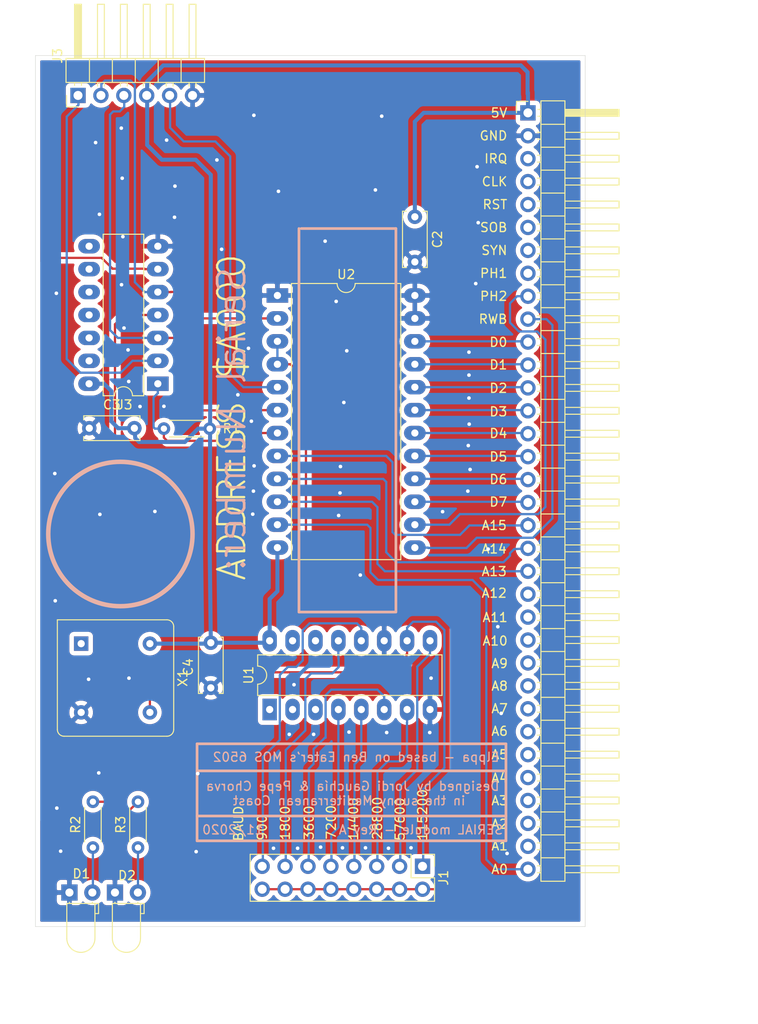
<source format=kicad_pcb>
(kicad_pcb (version 20171130) (host pcbnew "(5.1.5-0)")
  (layers (0 F.Cu signal) (31 B.Cu signal) (34 B.Paste user) (35 F.Paste user) (36 B.SilkS user) (37 F.SilkS user) (38 B.Mask user) (39 F.Mask user) (44 Edge.Cuts user))
  (net 0 "")
  (net 1 GND)
  (net 2 +5V)
  (net 3 /PHI2)
  (net 4 /RWB)
  (net 5 /D0)
  (net 6 /D1)
  (net 7 /D2)
  (net 8 /D3)
  (net 9 /D4)
  (net 10 /D5)
  (net 11 /D6)
  (net 12 /D7)
  (net 13 /A15)
  (net 14 /A14)
  (net 15 /A13)
  (net 16 /A0)
  (net 17 /57600)
  (net 18 /28800)
  (net 19 /RX)
  (net 20 /TX)
  (net 21 /CTS)
  (net 22 "Net-(R1-Pad1)")
  (net 23 /14400)
  (net 24 /7200)
  (net 25 /3600)
  (net 26 /1800)
  (net 27 /900)
  (net 28 /DTR)
  (net 29 "Net-(R2-Pad2)")
  (net 30 "Net-(R3-Pad2)")
  (net 31 /TXLED)
  (net 32 /RXLED)
  (net 33 /115200)
  (net 34 /CLK_SERIAL)
  (module Oscillator:Oscillator_DIP-8 (layer F.Cu) (at 105.4 127.4 270)
    (fp_text reference X1 (at 3.81 -11.26 270) (layer F.SilkS))
    (fp_text value CXO_DIP8)
    (pad 1 thru_hole rect (at 0 0 270) (size 1.6 1.6) (drill 0.8) (layers *.Cu *.Mask))
    (pad 8 thru_hole circle (at 0 -7.62 270) (size 1.6 1.6) (drill 0.8) (layers *.Cu *.Mask) (net 2 +5V))
    (pad 5 thru_hole circle (at 7.62 -7.62 270) (size 1.6 1.6) (drill 0.8) (layers *.Cu *.Mask) (net 33 /115200))
    (pad 4 thru_hole circle (at 7.62 0 270) (size 1.6 1.6) (drill 0.8) (layers *.Cu *.Mask) (net 1 GND))
  )
  (module Package_DIP:DIP-16_W7.62mm_LongPads (layer F.Cu) (at 126.3 134.7 90)
    (fp_text reference U1 (at 3.81 -2.33 90) (layer F.SilkS))
    (fp_text value 4020)
    (pad 1 thru_hole rect (at 0 0 90) (size 2.4 1.6) (drill 0.8) (layers *.Cu *.Mask))
    (pad 9 thru_hole oval (at 7.62 17.78 90) (size 2.4 1.6) (drill 0.8) (layers *.Cu *.Mask) (net 17 /57600))
    (pad 2 thru_hole oval (at 0 2.54 90) (size 2.4 1.6) (drill 0.8) (layers *.Cu *.Mask))
    (pad 10 thru_hole oval (at 7.62 15.24 90) (size 2.4 1.6) (drill 0.8) (layers *.Cu *.Mask) (net 33 /115200))
    (pad 3 thru_hole oval (at 0 5.08 90) (size 2.4 1.6) (drill 0.8) (layers *.Cu *.Mask))
    (pad 11 thru_hole oval (at 7.62 12.7 90) (size 2.4 1.6) (drill 0.8) (layers *.Cu *.Mask) (net 1 GND))
    (pad 4 thru_hole oval (at 0 7.62 90) (size 2.4 1.6) (drill 0.8) (layers *.Cu *.Mask) (net 24 /7200))
    (pad 12 thru_hole oval (at 7.62 10.16 90) (size 2.4 1.6) (drill 0.8) (layers *.Cu *.Mask) (net 27 /900))
    (pad 5 thru_hole oval (at 0 10.16 90) (size 2.4 1.6) (drill 0.8) (layers *.Cu *.Mask) (net 23 /14400))
    (pad 13 thru_hole oval (at 7.62 7.62 90) (size 2.4 1.6) (drill 0.8) (layers *.Cu *.Mask) (net 26 /1800))
    (pad 6 thru_hole oval (at 0 12.7 90) (size 2.4 1.6) (drill 0.8) (layers *.Cu *.Mask) (net 25 /3600))
    (pad 14 thru_hole oval (at 7.62 5.08 90) (size 2.4 1.6) (drill 0.8) (layers *.Cu *.Mask))
    (pad 7 thru_hole oval (at 0 15.24 90) (size 2.4 1.6) (drill 0.8) (layers *.Cu *.Mask) (net 18 /28800))
    (pad 15 thru_hole oval (at 7.62 2.54 90) (size 2.4 1.6) (drill 0.8) (layers *.Cu *.Mask))
    (pad 8 thru_hole oval (at 0 17.78 90) (size 2.4 1.6) (drill 0.8) (layers *.Cu *.Mask) (net 1 GND))
    (pad 16 thru_hole oval (at 7.62 0 90) (size 2.4 1.6) (drill 0.8) (layers *.Cu *.Mask) (net 2 +5V))
  )
  (module Package_DIP:DIP-14_W7.62mm_LongPads (layer F.Cu) (at 113.9 98.6 180)
    (fp_text reference U3 (at 3.81 -2.33 180) (layer F.SilkS))
    (fp_text value 74LS04)
    (pad 1 thru_hole rect (at 0 0 180) (size 2.4 1.6) (drill 0.8) (layers *.Cu *.Mask) (net 22 "Net-(R1-Pad1)"))
    (pad 8 thru_hole oval (at 7.62 15.24 180) (size 2.4 1.6) (drill 0.8) (layers *.Cu *.Mask))
    (pad 2 thru_hole oval (at 0 2.54 180) (size 2.4 1.6) (drill 0.8) (layers *.Cu *.Mask) (net 28 /DTR))
    (pad 9 thru_hole oval (at 7.62 12.7 180) (size 2.4 1.6) (drill 0.8) (layers *.Cu *.Mask))
    (pad 3 thru_hole oval (at 0 5.08 180) (size 2.4 1.6) (drill 0.8) (layers *.Cu *.Mask) (net 20 /TX))
    (pad 10 thru_hole oval (at 7.62 10.16 180) (size 2.4 1.6) (drill 0.8) (layers *.Cu *.Mask))
    (pad 4 thru_hole oval (at 0 7.62 180) (size 2.4 1.6) (drill 0.8) (layers *.Cu *.Mask) (net 29 "Net-(R2-Pad2)"))
    (pad 11 thru_hole oval (at 7.62 7.62 180) (size 2.4 1.6) (drill 0.8) (layers *.Cu *.Mask))
    (pad 5 thru_hole oval (at 0 10.16 180) (size 2.4 1.6) (drill 0.8) (layers *.Cu *.Mask) (net 19 /RX))
    (pad 12 thru_hole oval (at 7.62 5.08 180) (size 2.4 1.6) (drill 0.8) (layers *.Cu *.Mask))
    (pad 6 thru_hole oval (at 0 12.7 180) (size 2.4 1.6) (drill 0.8) (layers *.Cu *.Mask) (net 30 "Net-(R3-Pad2)"))
    (pad 13 thru_hole oval (at 7.62 2.54 180) (size 2.4 1.6) (drill 0.8) (layers *.Cu *.Mask))
    (pad 7 thru_hole oval (at 0 15.24 180) (size 2.4 1.6) (drill 0.8) (layers *.Cu *.Mask) (net 1 GND))
    (pad 14 thru_hole oval (at 7.62 0 180) (size 2.4 1.6) (drill 0.8) (layers *.Cu *.Mask) (net 2 +5V))
  )
  (module Connector_PinHeader_2.54mm:PinHeader_1x34_P2.54mm_Horizontal (layer F.Cu) (at 154.94 68.58)
    (fp_text reference J2 hide)
    (fp_text value Conn_01x34_Male)
    (pad 1 thru_hole rect (at 0 0) (size 1.7 1.7) (drill 1) (layers *.Cu *.Mask) (net 2 +5V))
    (pad 2 thru_hole oval (at 0 2.54) (size 1.7 1.7) (drill 1) (layers *.Cu *.Mask) (net 1 GND))
    (pad 3 thru_hole oval (at 0 5.08) (size 1.7 1.7) (drill 1) (layers *.Cu *.Mask))
    (pad 4 thru_hole oval (at 0 7.62) (size 1.7 1.7) (drill 1) (layers *.Cu *.Mask))
    (pad 5 thru_hole oval (at 0 10.16) (size 1.7 1.7) (drill 1) (layers *.Cu *.Mask))
    (pad 6 thru_hole oval (at 0 12.7) (size 1.7 1.7) (drill 1) (layers *.Cu *.Mask))
    (pad 7 thru_hole oval (at 0 15.24) (size 1.7 1.7) (drill 1) (layers *.Cu *.Mask))
    (pad 8 thru_hole oval (at 0 17.78) (size 1.7 1.7) (drill 1) (layers *.Cu *.Mask))
    (pad 9 thru_hole oval (at 0 20.32) (size 1.7 1.7) (drill 1) (layers *.Cu *.Mask) (net 3 /PHI2))
    (pad 10 thru_hole oval (at 0 22.86) (size 1.7 1.7) (drill 1) (layers *.Cu *.Mask) (net 4 /RWB))
    (pad 11 thru_hole oval (at 0 25.4) (size 1.7 1.7) (drill 1) (layers *.Cu *.Mask) (net 5 /D0))
    (pad 12 thru_hole oval (at 0 27.94) (size 1.7 1.7) (drill 1) (layers *.Cu *.Mask) (net 6 /D1))
    (pad 13 thru_hole oval (at 0 30.48) (size 1.7 1.7) (drill 1) (layers *.Cu *.Mask) (net 7 /D2))
    (pad 14 thru_hole oval (at 0 33.02) (size 1.7 1.7) (drill 1) (layers *.Cu *.Mask) (net 8 /D3))
    (pad 15 thru_hole oval (at 0 35.56) (size 1.7 1.7) (drill 1) (layers *.Cu *.Mask) (net 9 /D4))
    (pad 16 thru_hole oval (at 0 38.1) (size 1.7 1.7) (drill 1) (layers *.Cu *.Mask) (net 10 /D5))
    (pad 17 thru_hole oval (at 0 40.64) (size 1.7 1.7) (drill 1) (layers *.Cu *.Mask) (net 11 /D6))
    (pad 18 thru_hole oval (at 0 43.18) (size 1.7 1.7) (drill 1) (layers *.Cu *.Mask) (net 12 /D7))
    (pad 19 thru_hole oval (at 0 45.72) (size 1.7 1.7) (drill 1) (layers *.Cu *.Mask) (net 13 /A15))
    (pad 20 thru_hole oval (at 0 48.26) (size 1.7 1.7) (drill 1) (layers *.Cu *.Mask) (net 14 /A14))
    (pad 21 thru_hole oval (at 0 50.8) (size 1.7 1.7) (drill 1) (layers *.Cu *.Mask) (net 15 /A13))
    (pad 22 thru_hole oval (at 0 53.34) (size 1.7 1.7) (drill 1) (layers *.Cu *.Mask))
    (pad 23 thru_hole oval (at 0 55.88) (size 1.7 1.7) (drill 1) (layers *.Cu *.Mask))
    (pad 24 thru_hole oval (at 0 58.42) (size 1.7 1.7) (drill 1) (layers *.Cu *.Mask))
    (pad 25 thru_hole oval (at 0 60.96) (size 1.7 1.7) (drill 1) (layers *.Cu *.Mask))
    (pad 26 thru_hole oval (at 0 63.5) (size 1.7 1.7) (drill 1) (layers *.Cu *.Mask))
    (pad 27 thru_hole oval (at 0 66.04) (size 1.7 1.7) (drill 1) (layers *.Cu *.Mask))
    (pad 28 thru_hole oval (at 0 68.58) (size 1.7 1.7) (drill 1) (layers *.Cu *.Mask))
    (pad 29 thru_hole oval (at 0 71.12) (size 1.7 1.7) (drill 1) (layers *.Cu *.Mask))
    (pad 30 thru_hole oval (at 0 73.66) (size 1.7 1.7) (drill 1) (layers *.Cu *.Mask))
    (pad 31 thru_hole oval (at 0 76.2) (size 1.7 1.7) (drill 1) (layers *.Cu *.Mask))
    (pad 32 thru_hole oval (at 0 78.74) (size 1.7 1.7) (drill 1) (layers *.Cu *.Mask))
    (pad 33 thru_hole oval (at 0 81.28) (size 1.7 1.7) (drill 1) (layers *.Cu *.Mask))
    (pad 34 thru_hole oval (at 0 83.82) (size 1.7 1.7) (drill 1) (layers *.Cu *.Mask) (net 16 /A0))
  )
  (module Resistor_THT:R_Axial_DIN0204_L3.6mm_D1.6mm_P5.08mm_Horizontal (layer F.Cu) (at 106.7 150 90)
    (fp_text reference R2 (at 2.54 -1.92 90) (layer F.SilkS))
    (fp_text value 330R)
    (pad 1 thru_hole circle (at 0 0 90) (size 1.4 1.4) (drill 0.7) (layers *.Cu *.Mask) (net 31 /TXLED))
    (pad 2 thru_hole oval (at 5.08 0 90) (size 1.4 1.4) (drill 0.7) (layers *.Cu *.Mask) (net 29 "Net-(R2-Pad2)"))
  )
  (module Resistor_THT:R_Axial_DIN0204_L3.6mm_D1.6mm_P5.08mm_Horizontal (layer F.Cu) (at 111.7 150 90)
    (fp_text reference R3 (at 2.54 -1.92 90) (layer F.SilkS))
    (fp_text value 330R)
    (pad 2 thru_hole oval (at 5.08 0 90) (size 1.4 1.4) (drill 0.7) (layers *.Cu *.Mask) (net 30 "Net-(R3-Pad2)"))
    (pad 1 thru_hole circle (at 0 0 90) (size 1.4 1.4) (drill 0.7) (layers *.Cu *.Mask) (net 32 /RXLED))
  )
  (module LED_THT:LED_D3.0mm_Horizontal_O1.27mm_Z2.0mm (layer F.Cu) (at 104.098202 154.980542)
    (fp_text reference D1 (at 1.326798 -2.080542 180) (layer F.SilkS))
    (fp_text value "LED TX")
    (pad 1 thru_hole rect (at 0 0) (size 1.8 1.8) (drill 0.9) (layers *.Cu *.Mask) (net 1 GND))
    (pad 2 thru_hole circle (at 2.54 0) (size 1.8 1.8) (drill 0.9) (layers *.Cu *.Mask) (net 31 /TXLED))
  )
  (module LED_THT:LED_D3.0mm_Horizontal_O1.27mm_Z2.0mm (layer F.Cu) (at 109.148202 154.980542)
    (fp_text reference D2 (at 1.326798 -1.880542 180) (layer F.SilkS))
    (fp_text value "LED RX")
    (pad 2 thru_hole circle (at 2.54 0) (size 1.8 1.8) (drill 0.9) (layers *.Cu *.Mask) (net 32 /RXLED))
    (pad 1 thru_hole rect (at 0 0) (size 1.8 1.8) (drill 0.9) (layers *.Cu *.Mask) (net 1 GND))
  )
  (module Capacitor_THT:C_Disc_D6.0mm_W2.5mm_P5.00mm (layer F.Cu) (at 142.4 80.1 270)
    (fp_text reference C2 (at 2.5 -2.5 270) (layer F.SilkS))
    (fp_text value 100µF)
    (pad 1 thru_hole circle (at 0 0 270) (size 1.6 1.6) (drill 0.8) (layers *.Cu *.Mask) (net 2 +5V))
    (pad 2 thru_hole circle (at 5 0 270) (size 1.6 1.6) (drill 0.8) (layers *.Cu *.Mask) (net 1 GND))
  )
  (module Capacitor_THT:C_Disc_D6.0mm_W2.5mm_P5.00mm (layer F.Cu) (at 111.3 103.525 180)
    (fp_text reference C3 (at 2.5 2.6) (layer F.SilkS))
    (fp_text value 100nF)
    (pad 2 thru_hole circle (at 5 0 180) (size 1.6 1.6) (drill 0.8) (layers *.Cu *.Mask) (net 1 GND))
    (pad 1 thru_hole circle (at 0 0 180) (size 1.6 1.6) (drill 0.8) (layers *.Cu *.Mask) (net 2 +5V))
  )
  (module Capacitor_THT:C_Disc_D6.0mm_W2.5mm_P5.00mm (layer F.Cu) (at 119.775 127.3 270)
    (fp_text reference C4 (at 2.7 2.5 270) (layer F.SilkS))
    (fp_text value 100nF)
    (pad 1 thru_hole circle (at 0 0 270) (size 1.6 1.6) (drill 0.8) (layers *.Cu *.Mask) (net 2 +5V))
    (pad 2 thru_hole circle (at 5 0 270) (size 1.6 1.6) (drill 0.8) (layers *.Cu *.Mask) (net 1 GND))
  )
  (module Resistor_THT:R_Axial_DIN0204_L3.6mm_D1.6mm_P5.08mm_Horizontal (layer F.Cu) (at 114.57 103.575)
    (fp_text reference R1 (at 7.5 0 180) (layer F.SilkS))
    (fp_text value 2k2)
    (pad 1 thru_hole circle (at 0 0) (size 1.4 1.4) (drill 0.7) (layers *.Cu *.Mask) (net 22 "Net-(R1-Pad1)"))
    (pad 2 thru_hole oval (at 5.08 0) (size 1.4 1.4) (drill 0.7) (layers *.Cu *.Mask) (net 2 +5V))
  )
  (module Package_DIP:DIP-24_W15.24mm_LongPads (layer F.Cu) (at 127.16 88.82)
    (fp_text reference U2 (at 7.62 -2.33) (layer F.SilkS))
    (fp_text value MC68B50)
    (pad 1 thru_hole rect (at 0 0) (size 2.4 1.6) (drill 0.8) (layers *.Cu *.Mask) (net 1 GND))
    (pad 13 thru_hole oval (at 15.24 27.94) (size 2.4 1.6) (drill 0.8) (layers *.Cu *.Mask) (net 4 /RWB))
    (pad 2 thru_hole oval (at 0 2.54) (size 2.4 1.6) (drill 0.8) (layers *.Cu *.Mask) (net 19 /RX))
    (pad 14 thru_hole oval (at 15.24 25.4) (size 2.4 1.6) (drill 0.8) (layers *.Cu *.Mask) (net 3 /PHI2))
    (pad 3 thru_hole oval (at 0 5.08) (size 2.4 1.6) (drill 0.8) (layers *.Cu *.Mask) (net 34 /CLK_SERIAL))
    (pad 15 thru_hole oval (at 15.24 22.86) (size 2.4 1.6) (drill 0.8) (layers *.Cu *.Mask) (net 12 /D7))
    (pad 4 thru_hole oval (at 0 7.62) (size 2.4 1.6) (drill 0.8) (layers *.Cu *.Mask) (net 34 /CLK_SERIAL))
    (pad 16 thru_hole oval (at 15.24 20.32) (size 2.4 1.6) (drill 0.8) (layers *.Cu *.Mask) (net 11 /D6))
    (pad 5 thru_hole oval (at 0 10.16) (size 2.4 1.6) (drill 0.8) (layers *.Cu *.Mask) (net 21 /CTS))
    (pad 17 thru_hole oval (at 15.24 17.78) (size 2.4 1.6) (drill 0.8) (layers *.Cu *.Mask) (net 10 /D5))
    (pad 6 thru_hole oval (at 0 12.7) (size 2.4 1.6) (drill 0.8) (layers *.Cu *.Mask) (net 20 /TX))
    (pad 18 thru_hole oval (at 15.24 15.24) (size 2.4 1.6) (drill 0.8) (layers *.Cu *.Mask) (net 9 /D4))
    (pad 7 thru_hole oval (at 0 15.24) (size 2.4 1.6) (drill 0.8) (layers *.Cu *.Mask) (net 22 "Net-(R1-Pad1)"))
    (pad 19 thru_hole oval (at 15.24 12.7) (size 2.4 1.6) (drill 0.8) (layers *.Cu *.Mask) (net 8 /D3))
    (pad 8 thru_hole oval (at 0 17.78) (size 2.4 1.6) (drill 0.8) (layers *.Cu *.Mask) (net 13 /A15))
    (pad 20 thru_hole oval (at 15.24 10.16) (size 2.4 1.6) (drill 0.8) (layers *.Cu *.Mask) (net 7 /D2))
    (pad 9 thru_hole oval (at 0 20.32) (size 2.4 1.6) (drill 0.8) (layers *.Cu *.Mask) (net 14 /A14))
    (pad 21 thru_hole oval (at 15.24 7.62) (size 2.4 1.6) (drill 0.8) (layers *.Cu *.Mask) (net 6 /D1))
    (pad 10 thru_hole oval (at 0 22.86) (size 2.4 1.6) (drill 0.8) (layers *.Cu *.Mask) (net 15 /A13))
    (pad 22 thru_hole oval (at 15.24 5.08) (size 2.4 1.6) (drill 0.8) (layers *.Cu *.Mask) (net 5 /D0))
    (pad 11 thru_hole oval (at 0 25.4) (size 2.4 1.6) (drill 0.8) (layers *.Cu *.Mask) (net 16 /A0))
    (pad 23 thru_hole oval (at 15.24 2.54) (size 2.4 1.6) (drill 0.8) (layers *.Cu *.Mask) (net 1 GND))
    (pad 12 thru_hole oval (at 0 27.94) (size 2.4 1.6) (drill 0.8) (layers *.Cu *.Mask) (net 2 +5V))
    (pad 24 thru_hole oval (at 15.24 0) (size 2.4 1.6) (drill 0.8) (layers *.Cu *.Mask) (net 1 GND))
  )
  (module Connector_PinHeader_2.54mm:PinHeader_2x08_P2.54mm_Vertical (layer F.Cu) (at 143.25 152.075 270)
    (fp_text reference J1 (at 1.27 -2.33 90) (layer F.SilkS))
    (fp_text value Conn_02x08_Odd_Even)
    (pad 1 thru_hole rect (at 0 0 270) (size 1.7 1.7) (drill 1) (layers *.Cu *.Mask) (net 33 /115200))
    (pad 2 thru_hole oval (at 2.54 0 270) (size 1.7 1.7) (drill 1) (layers *.Cu *.Mask) (net 34 /CLK_SERIAL))
    (pad 3 thru_hole oval (at 0 2.54 270) (size 1.7 1.7) (drill 1) (layers *.Cu *.Mask) (net 17 /57600))
    (pad 4 thru_hole oval (at 2.54 2.54 270) (size 1.7 1.7) (drill 1) (layers *.Cu *.Mask) (net 34 /CLK_SERIAL))
    (pad 5 thru_hole oval (at 0 5.08 270) (size 1.7 1.7) (drill 1) (layers *.Cu *.Mask) (net 18 /28800))
    (pad 6 thru_hole oval (at 2.54 5.08 270) (size 1.7 1.7) (drill 1) (layers *.Cu *.Mask) (net 34 /CLK_SERIAL))
    (pad 7 thru_hole oval (at 0 7.62 270) (size 1.7 1.7) (drill 1) (layers *.Cu *.Mask) (net 23 /14400))
    (pad 8 thru_hole oval (at 2.54 7.62 270) (size 1.7 1.7) (drill 1) (layers *.Cu *.Mask) (net 34 /CLK_SERIAL))
    (pad 9 thru_hole oval (at 0 10.16 270) (size 1.7 1.7) (drill 1) (layers *.Cu *.Mask) (net 24 /7200))
    (pad 10 thru_hole oval (at 2.54 10.16 270) (size 1.7 1.7) (drill 1) (layers *.Cu *.Mask) (net 34 /CLK_SERIAL))
    (pad 11 thru_hole oval (at 0 12.7 270) (size 1.7 1.7) (drill 1) (layers *.Cu *.Mask) (net 25 /3600))
    (pad 12 thru_hole oval (at 2.54 12.7 270) (size 1.7 1.7) (drill 1) (layers *.Cu *.Mask) (net 34 /CLK_SERIAL))
    (pad 13 thru_hole oval (at 0 15.24 270) (size 1.7 1.7) (drill 1) (layers *.Cu *.Mask) (net 26 /1800))
    (pad 14 thru_hole oval (at 2.54 15.24 270) (size 1.7 1.7) (drill 1) (layers *.Cu *.Mask) (net 34 /CLK_SERIAL))
    (pad 15 thru_hole oval (at 0 17.78 270) (size 1.7 1.7) (drill 1) (layers *.Cu *.Mask) (net 27 /900))
    (pad 16 thru_hole oval (at 2.54 17.78 270) (size 1.7 1.7) (drill 1) (layers *.Cu *.Mask) (net 34 /CLK_SERIAL))
  )
  (module Connector_PinHeader_2.54mm:PinHeader_1x06_P2.54mm_Horizontal (layer F.Cu) (at 105.05 66.65 90)
    (fp_text reference J3 (at 4.385 -2.27 90) (layer F.SilkS))
    (fp_text value FTDI)
    (pad 1 thru_hole rect (at 0 0 90) (size 1.7 1.7) (drill 1) (layers *.Cu *.Mask) (net 28 /DTR))
    (pad 2 thru_hole oval (at 0 2.54 90) (size 1.7 1.7) (drill 1) (layers *.Cu *.Mask) (net 19 /RX))
    (pad 3 thru_hole oval (at 0 5.08 90) (size 1.7 1.7) (drill 1) (layers *.Cu *.Mask) (net 20 /TX))
    (pad 4 thru_hole oval (at 0 7.62 90) (size 1.7 1.7) (drill 1) (layers *.Cu *.Mask) (net 2 +5V))
    (pad 5 thru_hole oval (at 0 10.16 90) (size 1.7 1.7) (drill 1) (layers *.Cu *.Mask) (net 21 /CTS))
    (pad 6 thru_hole oval (at 0 12.7 90) (size 1.7 1.7) (drill 1) (layers *.Cu *.Mask) (net 1 GND))
  )
  (gr_text "ADDRESS $A000" (at 122.1 102.3 90) (layer F.SilkS) (effects (font (size 3 3) (thickness 0.25))))
  (gr_text "Serial Number:" (at 122.1 102.5 90) (layer B.SilkS) (effects (font (size 3 3) (thickness 0.3)) (justify mirror)))
  (gr_line (start 161.29 62.23) (end 100.33 62.23) (layer Edge.Cuts) (width 0.05))
  (gr_line (start 161.29 158.75) (end 100.33 158.75) (layer Edge.Cuts) (width 0.05))
  (gr_text "Elppa - based on Ben Eater’s MOS 6502 \n\nDesigned by Jordi Gauchía & Pepe Chorva\n in the sunny Mediterranean Coast\n\nSERIAL module - Rev A           11/2020" (at 135.5 144) (layer B.SilkS) (effects (font (size 1 1)) (justify mirror)))
  (gr_text A0 (at 151.8 152.4) (layer F.SilkS) (effects (font (size 1 1))))
  (gr_text A1 (at 151.8 149.8) (layer F.SilkS) (effects (font (size 1 1))))
  (gr_text A2 (at 151.8 147.4) (layer F.SilkS) (effects (font (size 1 1))))
  (gr_text A3 (at 151.8 144.8) (layer F.SilkS) (effects (font (size 1 1))))
  (gr_text A4 (at 151.8 142.3) (layer F.SilkS) (effects (font (size 1 1))))
  (gr_text A5 (at 151.8 139.7) (layer F.SilkS) (effects (font (size 1 1))))
  (gr_text A6 (at 151.8 137.1) (layer F.SilkS) (effects (font (size 1 1))))
  (gr_text A7 (at 151.8 134.6) (layer F.SilkS) (effects (font (size 1 1))))
  (gr_text A8 (at 151.8 132.1) (layer F.SilkS) (effects (font (size 1 1))))
  (gr_text A9 (at 151.8 129.6) (layer F.SilkS) (effects (font (size 1 1))))
  (gr_text A10 (at 151.3 127.1) (layer F.SilkS) (effects (font (size 1 1))))
  (gr_text A11 (at 151.3 124.5) (layer F.SilkS) (effects (font (size 1 1))))
  (gr_text A12 (at 151.2 121.8) (layer F.SilkS) (effects (font (size 1 1))))
  (gr_text A13 (at 151.2 119.4) (layer F.SilkS) (effects (font (size 1 1))))
  (gr_text A14 (at 151.2 116.9) (layer F.SilkS) (effects (font (size 1 1))))
  (gr_text A15 (at 151.2 114.3) (layer F.SilkS) (effects (font (size 1 1))))
  (gr_text D7 (at 151.661714 111.7) (layer F.SilkS) (effects (font (size 1 1))))
  (gr_text D6 (at 151.661714 109.2) (layer F.SilkS) (effects (font (size 1 1))))
  (gr_text D5 (at 151.661714 106.7) (layer F.SilkS) (effects (font (size 1 1))))
  (gr_text D4 (at 151.661714 104.1) (layer F.SilkS) (effects (font (size 1 1))))
  (gr_text D3 (at 151.661714 101.7) (layer F.SilkS) (effects (font (size 1 1))))
  (gr_text D2 (at 151.661714 99.1) (layer F.SilkS) (effects (font (size 1 1))))
  (gr_text D1 (at 151.661714 96.5) (layer F.SilkS) (effects (font (size 1 1))))
  (gr_text D0 (at 151.661714 94) (layer F.SilkS) (effects (font (size 1 1))))
  (gr_text BAUD (at 122.85 147.325 90) (layer F.SilkS) (effects (font (size 1 1))))
  (gr_text 900 (at 125.475 147.775 90) (layer F.SilkS) (effects (font (size 1 1))))
  (gr_text 1800 (at 128.025 147.275 90) (layer F.SilkS) (effects (font (size 1 1))))
  (gr_text 3600 (at 130.675 147.25 90) (layer F.SilkS) (effects (font (size 1 1))))
  (gr_text 7200 (at 133.125 147.2 90) (layer F.SilkS) (effects (font (size 1 1))))
  (gr_text 14400 (at 135.6 146.825 90) (layer F.SilkS) (effects (font (size 1 1))))
  (gr_text 28800 (at 138.25 146.75 90) (layer F.SilkS) (effects (font (size 1 1))))
  (gr_text 57600 (at 140.75 146.85 90) (layer F.SilkS) (effects (font (size 1 1))))
  (gr_text 115200 (at 143.25 146.375 90) (layer F.SilkS) (effects (font (size 1 1))))
  (gr_line (start 129.55 123.9) (end 129.55 81.4) (layer B.SilkS) (width 0.3))
  (gr_line (start 140.2 123.9) (end 129.55 123.9) (layer B.SilkS) (width 0.3))
  (gr_line (start 140.3 81.4) (end 140.3 123.9) (layer B.SilkS) (width 0.3))
  (gr_line (start 129.8 81.4) (end 140.3 81.4) (layer B.SilkS) (width 0.3))
  (gr_line (start 118.25 145.5) (end 118.25 142.5) (layer B.SilkS) (width 0.12))
  (gr_line (start 152.5 146.5) (end 118.25 146.5) (layer B.SilkS) (width 0.3))
  (gr_line (start 152.5 142.5) (end 152.5 145.5) (layer B.SilkS) (width 0.12))
  (gr_line (start 118.25 141.5) (end 152.5 141.5) (layer B.SilkS) (width 0.3))
  (gr_circle (center 109.75 115.25) (end 117.75 115.25) (layer B.SilkS) (width 0.5))
  (gr_line (start 118.25 138.5) (end 152.5 138.5) (layer B.SilkS) (width 0.3))
  (gr_line (start 118.25 149.25) (end 118.25 138.5) (layer B.SilkS) (width 0.3))
  (gr_line (start 152.5 149.25) (end 118.25 149.25) (layer B.SilkS) (width 0.3))
  (gr_line (start 152.5 138.5) (end 152.5 149.25) (layer B.SilkS) (width 0.3))
  (gr_text RWB (at 151.066476 91.44) (layer F.SilkS) (effects (font (size 1 1))))
  (gr_text PH2 (at 151.137905 88.9) (layer F.SilkS) (effects (font (size 1 1))))
  (gr_text PH1 (at 151.137905 86.36) (layer F.SilkS) (effects (font (size 1 1))))
  (gr_text SYN (at 151.209333 83.82) (layer F.SilkS) (effects (font (size 1 1))))
  (gr_text SOB (at 151.137905 81.28) (layer F.SilkS) (effects (font (size 1 1))))
  (gr_text RST (at 151.280762 78.74) (layer F.SilkS) (effects (font (size 1 1))))
  (gr_text CLK (at 151.233143 76.2) (layer F.SilkS) (effects (font (size 1 1))))
  (gr_text IRQ (at 151.376 73.66) (layer F.SilkS) (effects (font (size 1 1))))
  (gr_text GND (at 151.114095 71.12) (layer F.SilkS) (effects (font (size 1 1))))
  (gr_text 5V (at 151.733143 68.58) (layer F.SilkS) (effects (font (size 1 1))))
  (gr_line (start 100.33 158.75) (end 100.33 62.23) (layer Edge.Cuts) (width 0.05))
  (gr_line (start 161.29 63.5) (end 161.29 62.23) (layer Edge.Cuts) (width 0.05))
  (gr_line (start 161.29 63.5) (end 161.29 158.75) (layer Edge.Cuts) (width 0.05))
  (via (at 109.875 87.625) (size 0.8) (drill 0.4) (layers F.Cu B.Cu) (net 1))
  (segment (start 127.14 88.8) (end 127.16 88.82) (width 0.25) (layer F.Cu) (net 1))
  (via (at 148.4 95.1) (size 0.8) (drill 0.4) (layers F.Cu B.Cu) (net 1))
  (via (at 148.4 97.642857) (size 0.8) (drill 0.4) (layers F.Cu B.Cu) (net 1))
  (via (at 148.4 100.185714) (size 0.8) (drill 0.4) (layers F.Cu B.Cu) (net 1))
  (via (at 129 131.95) (size 0.8) (drill 0.4) (layers F.Cu B.Cu) (net 1))
  (via (at 139.275 137.25) (size 0.8) (drill 0.4) (layers F.Cu B.Cu) (net 1))
  (via (at 144.2 131.225) (size 0.8) (drill 0.4) (layers F.Cu B.Cu) (net 1))
  (via (at 144.05 137.25) (size 0.8) (drill 0.4) (layers F.Cu B.Cu) (net 1))
  (via (at 135.1 137.2) (size 0.8) (drill 0.4) (layers F.Cu B.Cu) (net 1))
  (via (at 131.175 137.45) (size 0.8) (drill 0.4) (layers F.Cu B.Cu) (net 1))
  (via (at 131.95 149.95) (size 0.8) (drill 0.4) (layers F.Cu B.Cu) (net 1))
  (via (at 129.4 150.075) (size 0.8) (drill 0.4) (layers F.Cu B.Cu) (net 1))
  (via (at 126.725 150.075) (size 0.8) (drill 0.4) (layers F.Cu B.Cu) (net 1))
  (via (at 128.475 137.45) (size 0.8) (drill 0.4) (layers F.Cu B.Cu) (net 1))
  (via (at 134.375 150.025) (size 0.8) (drill 0.4) (layers F.Cu B.Cu) (net 1))
  (via (at 136.925 150.025) (size 0.8) (drill 0.4) (layers F.Cu B.Cu) (net 1))
  (via (at 139.475 150.075) (size 0.8) (drill 0.4) (layers F.Cu B.Cu) (net 1))
  (via (at 141.975 150.025) (size 0.8) (drill 0.4) (layers F.Cu B.Cu) (net 1))
  (via (at 114.575 101.1) (size 0.8) (drill 0.4) (layers F.Cu B.Cu) (net 1))
  (via (at 110.6 94.85) (size 0.8) (drill 0.4) (layers F.Cu B.Cu) (net 1))
  (via (at 107.425 79.825) (size 0.8) (drill 0.4) (layers F.Cu B.Cu) (net 1))
  (via (at 107 71.875) (size 0.8) (drill 0.4) (layers F.Cu B.Cu) (net 1))
  (via (at 115.8 76.7) (size 0.8) (drill 0.4) (layers F.Cu B.Cu) (net 1))
  (via (at 115.75 80.15) (size 0.8) (drill 0.4) (layers F.Cu B.Cu) (net 1))
  (via (at 124.55 68.85) (size 0.8) (drill 0.4) (layers F.Cu B.Cu) (net 1))
  (via (at 138.725 68.95) (size 0.8) (drill 0.4) (layers F.Cu B.Cu) (net 1))
  (via (at 127.275 77.275) (size 0.8) (drill 0.4) (layers F.Cu B.Cu) (net 1))
  (via (at 138.025 77.125) (size 0.8) (drill 0.4) (layers F.Cu B.Cu) (net 1))
  (via (at 132.45 82.8) (size 0.8) (drill 0.4) (layers F.Cu B.Cu) (net 1))
  (via (at 133.675 89.475) (size 0.8) (drill 0.4) (layers F.Cu B.Cu) (net 1))
  (via (at 134.85 94.95) (size 0.8) (drill 0.4) (layers F.Cu B.Cu) (net 1))
  (via (at 134.525 100.675) (size 0.8) (drill 0.4) (layers F.Cu B.Cu) (net 1))
  (via (at 148.425 103.075) (size 0.8) (drill 0.4) (layers F.Cu B.Cu) (net 1))
  (via (at 148.325 105.45) (size 0.8) (drill 0.4) (layers F.Cu B.Cu) (net 1))
  (via (at 148.525 108.1) (size 0.8) (drill 0.4) (layers F.Cu B.Cu) (net 1))
  (via (at 148.275 110.5) (size 0.8) (drill 0.4) (layers F.Cu B.Cu) (net 1))
  (via (at 134.15 107.775) (size 0.8) (drill 0.4) (layers F.Cu B.Cu) (net 1))
  (via (at 134.1 110.7) (size 0.8) (drill 0.4) (layers F.Cu B.Cu) (net 1))
  (via (at 133.95 113.2) (size 0.8) (drill 0.4) (layers F.Cu B.Cu) (net 1))
  (via (at 120.45 73.8) (size 0.8) (drill 0.4) (layers F.Cu B.Cu) (net 1))
  (via (at 114.875 71.6) (size 0.8) (drill 0.4) (layers F.Cu B.Cu) (net 1))
  (via (at 120.975 83.7) (size 0.8) (drill 0.4) (layers F.Cu B.Cu) (net 1))
  (via (at 124.575 107.7) (size 0.8) (drill 0.4) (layers F.Cu B.Cu) (net 1))
  (via (at 124.5 110.5) (size 0.8) (drill 0.4) (layers F.Cu B.Cu) (net 1))
  (via (at 124.425 113.05) (size 0.8) (drill 0.4) (layers F.Cu B.Cu) (net 1))
  (via (at 145.475 112.775) (size 0.8) (drill 0.4) (layers F.Cu B.Cu) (net 1))
  (via (at 151.6 125.525) (size 0.8) (drill 0.4) (layers F.Cu B.Cu) (net 1))
  (via (at 151.975 135.125) (size 0.8) (drill 0.4) (layers F.Cu B.Cu) (net 1))
  (via (at 152.625 150.65) (size 0.8) (drill 0.4) (layers F.Cu B.Cu) (net 1))
  (via (at 150.525 116.925) (size 0.8) (drill 0.4) (layers F.Cu B.Cu) (net 1))
  (via (at 109.85 70.275) (size 0.8) (drill 0.4) (layers F.Cu B.Cu) (net 1))
  (via (at 109.95 75.825) (size 0.8) (drill 0.4) (layers F.Cu B.Cu) (net 1))
  (via (at 110.025 82.3) (size 0.8) (drill 0.4) (layers F.Cu B.Cu) (net 1))
  (via (at 110.15 92.425) (size 0.8) (drill 0.4) (layers F.Cu B.Cu) (net 1))
  (via (at 149.3 74.55) (size 0.8) (drill 0.4) (layers F.Cu B.Cu) (net 1))
  (via (at 149.425 80.75) (size 0.8) (drill 0.4) (layers F.Cu B.Cu) (net 1))
  (via (at 149.15 87.5) (size 0.8) (drill 0.4) (layers F.Cu B.Cu) (net 1))
  (via (at 107.475 113.075) (size 0.8) (drill 0.4) (layers F.Cu B.Cu) (net 1))
  (via (at 113.575 112.75) (size 0.8) (drill 0.4) (layers F.Cu B.Cu) (net 1))
  (via (at 106.225 131.35) (size 0.8) (drill 0.4) (layers F.Cu B.Cu) (net 1))
  (via (at 110.7 131.225) (size 0.8) (drill 0.4) (layers F.Cu B.Cu) (net 1))
  (via (at 118.325 141.8) (size 0.8) (drill 0.4) (layers F.Cu B.Cu) (net 1))
  (via (at 118.15 150.45) (size 0.8) (drill 0.4) (layers F.Cu B.Cu) (net 1))
  (via (at 107.35 141.725) (size 0.8) (drill 0.4) (layers F.Cu B.Cu) (net 1))
  (via (at 123.95 94.675) (size 0.8) (drill 0.4) (layers F.Cu B.Cu) (net 1))
  (via (at 124.275 102.75) (size 0.8) (drill 0.4) (layers F.Cu B.Cu) (net 1))
  (via (at 122.775 99.825) (size 0.8) (drill 0.4) (layers F.Cu B.Cu) (net 1))
  (via (at 102.475 108.55) (size 0.8) (drill 0.4) (layers F.Cu B.Cu) (net 1))
  (via (at 102.65 88.575) (size 0.8) (drill 0.4) (layers F.Cu B.Cu) (net 1))
  (via (at 102.525 122.65) (size 0.8) (drill 0.4) (layers F.Cu B.Cu) (net 1))
  (via (at 102.7 145.625) (size 0.8) (drill 0.4) (layers F.Cu B.Cu) (net 1))
  (via (at 103.125 150.4) (size 0.8) (drill 0.4) (layers F.Cu B.Cu) (net 1))
  (via (at 110.675 98.35) (size 0.8) (drill 0.4) (layers F.Cu B.Cu) (net 1))
  (via (at 111.925 101.125) (size 0.8) (drill 0.4) (layers F.Cu B.Cu) (net 1))
  (via (at 136.35 119.8) (size 0.8) (drill 0.4) (layers F.Cu B.Cu) (net 1))
  (segment (start 154.94 66.34) (end 154.94 68.58) (width 0.45) (layer B.Cu) (net 2))
  (segment (start 112.72 66.6) (end 112.72 65.105) (width 0.45) (layer B.Cu) (net 2))
  (segment (start 112.72 65.105) (end 114.5 63.325) (width 0.45) (layer B.Cu) (net 2))
  (segment (start 114.5 63.325) (end 154.15 63.325) (width 0.45) (layer B.Cu) (net 2))
  (segment (start 154.9 64.075) (end 154.9 66.475) (width 0.45) (layer B.Cu) (net 2))
  (segment (start 154.15 63.325) (end 154.9 64.075) (width 0.45) (layer B.Cu) (net 2))
  (segment (start 154.9 66.475) (end 154.94 66.34) (width 0.45) (layer B.Cu) (net 2))
  (segment (start 154.94 68.58) (end 143.37 68.58) (width 0.45) (layer B.Cu) (net 2))
  (segment (start 142.4 69.55) (end 142.4 80.1) (width 0.45) (layer B.Cu) (net 2))
  (segment (start 143.37 68.58) (end 142.4 69.55) (width 0.45) (layer B.Cu) (net 2))
  (segment (start 119.675 127.4) (end 119.775 127.3) (width 0.45) (layer B.Cu) (net 2))
  (segment (start 113.02 127.4) (end 119.675 127.4) (width 0.45) (layer B.Cu) (net 2))
  (segment (start 126.08 127.3) (end 126.3 127.08) (width 0.45) (layer B.Cu) (net 2))
  (segment (start 119.775 127.3) (end 126.08 127.3) (width 0.45) (layer B.Cu) (net 2))
  (segment (start 119.65 116.775) (end 119.775 127.3) (width 0.45) (layer B.Cu) (net 2))
  (segment (start 119.775 82.125) (end 119.697269 103.672269) (width 0.45) (layer B.Cu) (net 2))
  (segment (start 119.697269 103.672269) (end 119.689538 103.68) (width 0.45) (layer B.Cu) (net 2))
  (segment (start 119.697269 103.672269) (end 119.65 116.775) (width 0.45) (layer B.Cu) (net 2))
  (segment (start 111.455 103.68) (end 111.3 103.525) (width 0.45) (layer B.Cu) (net 2))
  (segment (start 112.72 66.6) (end 112.72 72.145) (width 0.45) (layer B.Cu) (net 2))
  (segment (start 112.72 72.145) (end 114.35 73.775) (width 0.45) (layer B.Cu) (net 2))
  (segment (start 114.35 73.775) (end 118.1 73.775) (width 0.45) (layer B.Cu) (net 2))
  (segment (start 119.775 75.45) (end 119.775 82.125) (width 0.45) (layer B.Cu) (net 2))
  (segment (start 118.1 73.775) (end 119.775 75.45) (width 0.45) (layer B.Cu) (net 2))
  (segment (start 127.16 116.76) (end 127.16 121.59) (width 0.45) (layer B.Cu) (net 2))
  (segment (start 126.3 122.45) (end 126.3 127.08) (width 0.45) (layer B.Cu) (net 2))
  (segment (start 127.16 121.59) (end 126.3 122.45) (width 0.45) (layer B.Cu) (net 2))
  (segment (start 111.4 104.625) (end 111.3 103.525) (width 0.45) (layer B.Cu) (net 2))
  (segment (start 111.825 105.05) (end 111.4 104.625) (width 0.45) (layer B.Cu) (net 2))
  (segment (start 116.9 105.05) (end 111.825 105.05) (width 0.45) (layer B.Cu) (net 2))
  (segment (start 118.375 103.575) (end 116.9 105.05) (width 0.45) (layer B.Cu) (net 2))
  (segment (start 119.65 103.575) (end 118.375 103.575) (width 0.45) (layer B.Cu) (net 2))
  (segment (start 107.93 98.6) (end 108.75 99.42) (width 0.45) (layer B.Cu) (net 2))
  (segment (start 106.28 98.6) (end 107.93 98.6) (width 0.45) (layer B.Cu) (net 2))
  (segment (start 108.75 99.42) (end 108.75 102.775) (width 0.45) (layer B.Cu) (net 2))
  (segment (start 109.5 103.525) (end 111.3 103.525) (width 0.45) (layer B.Cu) (net 2))
  (segment (start 108.75 102.775) (end 109.5 103.525) (width 0.45) (layer B.Cu) (net 2))
  (segment (start 146.23 114.22) (end 142.4 114.22) (width 0.25) (layer B.Cu) (net 3))
  (segment (start 147.401008 113.048992) (end 146.23 114.22) (width 0.25) (layer B.Cu) (net 3))
  (segment (start 156.076008 113.048992) (end 147.401008 113.048992) (width 0.25) (layer B.Cu) (net 3))
  (segment (start 156.875 112.25) (end 156.076008 113.048992) (width 0.25) (layer B.Cu) (net 3))
  (segment (start 152.95 91.825) (end 153.929999 92.804999) (width 0.25) (layer B.Cu) (net 3))
  (segment (start 155.970001 92.804999) (end 156.875 93.709998) (width 0.25) (layer B.Cu) (net 3))
  (segment (start 152.95 89.687919) (end 152.95 91.825) (width 0.25) (layer B.Cu) (net 3))
  (segment (start 153.929999 92.804999) (end 155.970001 92.804999) (width 0.25) (layer B.Cu) (net 3))
  (segment (start 153.737919 88.9) (end 152.95 89.687919) (width 0.25) (layer B.Cu) (net 3))
  (segment (start 156.875 93.709998) (end 156.875 112.25) (width 0.25) (layer B.Cu) (net 3))
  (segment (start 154.94 88.9) (end 153.737919 88.9) (width 0.25) (layer B.Cu) (net 3))
  (segment (start 155.504001 115.664999) (end 149.260001 115.664999) (width 0.25) (layer B.Cu) (net 4))
  (segment (start 149.260001 115.664999) (end 148.125 116.8) (width 0.25) (layer B.Cu) (net 4))
  (segment (start 143.89 116.8) (end 148.125 116.8) (width 0.25) (layer B.Cu) (net 4))
  (segment (start 143.85 116.76) (end 143.89 116.8) (width 0.25) (layer B.Cu) (net 4))
  (segment (start 142.4 116.76) (end 143.85 116.76) (width 0.25) (layer B.Cu) (net 4))
  (segment (start 154.94 91.44) (end 156.99 91.44) (width 0.25) (layer B.Cu) (net 4))
  (segment (start 156.99 91.44) (end 157.65 92.1) (width 0.25) (layer B.Cu) (net 4))
  (segment (start 157.65 113.519) (end 155.504001 115.664999) (width 0.25) (layer B.Cu) (net 4))
  (segment (start 157.65 92.1) (end 157.65 113.519) (width 0.25) (layer B.Cu) (net 4))
  (segment (start 154.86 93.9) (end 154.94 93.98) (width 0.25) (layer B.Cu) (net 5))
  (segment (start 142.4 93.9) (end 154.86 93.9) (width 0.25) (layer B.Cu) (net 5))
  (segment (start 154.86 96.44) (end 154.94 96.52) (width 0.25) (layer B.Cu) (net 6))
  (segment (start 142.4 96.44) (end 154.86 96.44) (width 0.25) (layer B.Cu) (net 6))
  (segment (start 154.86 98.98) (end 154.94 99.06) (width 0.25) (layer B.Cu) (net 7))
  (segment (start 142.4 98.98) (end 154.86 98.98) (width 0.25) (layer B.Cu) (net 7))
  (segment (start 154.86 101.52) (end 154.94 101.6) (width 0.25) (layer B.Cu) (net 8))
  (segment (start 142.4 101.52) (end 154.86 101.52) (width 0.25) (layer B.Cu) (net 8))
  (segment (start 154.86 104.06) (end 154.94 104.14) (width 0.25) (layer B.Cu) (net 9))
  (segment (start 142.4 104.06) (end 154.86 104.06) (width 0.25) (layer B.Cu) (net 9))
  (segment (start 154.86 106.6) (end 154.94 106.68) (width 0.25) (layer B.Cu) (net 10))
  (segment (start 142.4 106.6) (end 154.86 106.6) (width 0.25) (layer B.Cu) (net 10))
  (segment (start 142.4 109.14) (end 154.86 109.14) (width 0.25) (layer B.Cu) (net 11))
  (segment (start 154.86 109.14) (end 154.94 109.22) (width 0.25) (layer B.Cu) (net 11))
  (segment (start 142.4 111.68) (end 154.86 111.68) (width 0.25) (layer B.Cu) (net 12))
  (segment (start 154.86 111.68) (end 154.94 111.76) (width 0.25) (layer B.Cu) (net 12))
  (segment (start 154.94 114.3) (end 154.94 113.499002) (width 0.25) (layer B.Cu) (net 13))
  (segment (start 154.94 114.3) (end 148.45 114.3) (width 0.25) (layer B.Cu) (net 13))
  (segment (start 147.40499 115.34501) (end 140.22999 115.34501) (width 0.25) (layer B.Cu) (net 13))
  (segment (start 148.45 114.3) (end 147.40499 115.34501) (width 0.25) (layer B.Cu) (net 13))
  (segment (start 140.22999 115.34501) (end 139.925 115.04002) (width 0.25) (layer B.Cu) (net 13))
  (segment (start 139.925 115.04002) (end 139.925 107.3) (width 0.25) (layer B.Cu) (net 13))
  (segment (start 139.225 106.6) (end 127.16 106.6) (width 0.25) (layer B.Cu) (net 13))
  (segment (start 139.925 107.3) (end 139.225 106.6) (width 0.25) (layer B.Cu) (net 13))
  (segment (start 152.95 117.65) (end 152.95 117.375) (width 0.25) (layer B.Cu) (net 14))
  (segment (start 140.325 118.375) (end 152.225 118.375) (width 0.25) (layer B.Cu) (net 14))
  (segment (start 153.4 116.925) (end 154.94 116.84) (width 0.25) (layer B.Cu) (net 14))
  (segment (start 139.225 117.275) (end 140.325 118.375) (width 0.25) (layer B.Cu) (net 14))
  (segment (start 138.9 109.15) (end 139.225 109.475) (width 0.25) (layer B.Cu) (net 14))
  (segment (start 139.225 109.475) (end 139.225 117.275) (width 0.25) (layer B.Cu) (net 14))
  (segment (start 128.62 109.15) (end 138.9 109.15) (width 0.25) (layer B.Cu) (net 14))
  (segment (start 152.225 118.375) (end 152.95 117.65) (width 0.25) (layer B.Cu) (net 14))
  (segment (start 128.61 109.14) (end 128.62 109.15) (width 0.25) (layer B.Cu) (net 14))
  (segment (start 152.95 117.375) (end 153.4 116.925) (width 0.25) (layer B.Cu) (net 14))
  (segment (start 127.16 109.14) (end 128.61 109.14) (width 0.25) (layer B.Cu) (net 14))
  (segment (start 127.16 111.68) (end 137.655 111.68) (width 0.25) (layer B.Cu) (net 15))
  (segment (start 137.655 111.68) (end 138.25 112.275) (width 0.25) (layer B.Cu) (net 15))
  (segment (start 138.25 118.55) (end 139.075 119.375) (width 0.25) (layer B.Cu) (net 15))
  (segment (start 138.25 112.275) (end 138.25 118.55) (width 0.25) (layer B.Cu) (net 15))
  (segment (start 154.94 119.38) (end 139.075 119.375) (width 0.25) (layer B.Cu) (net 15))
  (segment (start 150.325 151.325) (end 151.4 152.4) (width 0.25) (layer B.Cu) (net 16))
  (segment (start 148.8 120.35) (end 150.325 121.875) (width 0.25) (layer B.Cu) (net 16))
  (segment (start 151.4 152.4) (end 154.94 152.4) (width 0.25) (layer B.Cu) (net 16))
  (segment (start 150.325 121.875) (end 150.325 151.325) (width 0.25) (layer B.Cu) (net 16))
  (segment (start 138.325 120.35) (end 148.8 120.35) (width 0.25) (layer B.Cu) (net 16))
  (segment (start 137.475 119.5) (end 138.325 120.35) (width 0.25) (layer B.Cu) (net 16))
  (segment (start 137.475 114.575) (end 137.475 119.5) (width 0.25) (layer B.Cu) (net 16))
  (segment (start 137.12 114.22) (end 137.475 114.575) (width 0.25) (layer B.Cu) (net 16))
  (segment (start 127.16 114.22) (end 137.12 114.22) (width 0.25) (layer B.Cu) (net 16))
  (segment (start 141.54 127.48) (end 141.54 127.08) (width 0.25) (layer F.Cu) (net 33))
  (segment (start 141.54 125.63) (end 142.195 124.975) (width 0.25) (layer B.Cu) (net 33))
  (segment (start 141.54 127.08) (end 141.54 125.63) (width 0.25) (layer B.Cu) (net 33))
  (segment (start 142.195 124.975) (end 144.75 124.975) (width 0.25) (layer B.Cu) (net 33))
  (segment (start 144.75 124.975) (end 145.675 125.9) (width 0.25) (layer B.Cu) (net 33))
  (segment (start 145.675 125.9) (end 145.675 141.15) (width 0.25) (layer B.Cu) (net 33))
  (segment (start 143.325 143.5) (end 143.325 152.075) (width 0.25) (layer B.Cu) (net 33))
  (segment (start 145.675 141.15) (end 143.325 143.5) (width 0.25) (layer B.Cu) (net 33))
  (segment (start 141.54 128.53) (end 141.54 127.08) (width 0.25) (layer F.Cu) (net 33))
  (segment (start 141.475 128.595) (end 141.54 128.53) (width 0.25) (layer F.Cu) (net 33))
  (segment (start 113.02 135.02) (end 113.02 131.03) (width 0.25) (layer F.Cu) (net 33))
  (segment (start 141.475 129.675) (end 141.475 128.595) (width 0.25) (layer F.Cu) (net 33))
  (segment (start 113.475 130.575) (end 140.575 130.575) (width 0.25) (layer F.Cu) (net 33))
  (segment (start 113.02 131.03) (end 113.475 130.575) (width 0.25) (layer F.Cu) (net 33))
  (segment (start 140.575 130.575) (end 141.475 129.675) (width 0.25) (layer F.Cu) (net 33))
  (segment (start 140.785 152.075) (end 140.785 143.14) (width 0.25) (layer B.Cu) (net 17))
  (segment (start 142.66501 141.35999) (end 140.9 143.125) (width 0.25) (layer B.Cu) (net 17))
  (segment (start 142.66501 129.94499) (end 142.66501 141.35999) (width 0.25) (layer B.Cu) (net 17))
  (segment (start 144.08 128.53) (end 142.66501 129.94499) (width 0.25) (layer B.Cu) (net 17))
  (segment (start 144.08 127.08) (end 144.08 128.53) (width 0.25) (layer B.Cu) (net 17))
  (segment (start 140.785 143.14) (end 140.9 143.125) (width 0.25) (layer B.Cu) (net 17))
  (segment (start 138.25 141.575) (end 138.25 143.825) (width 0.25) (layer B.Cu) (net 18))
  (segment (start 139.375 140.45) (end 138.25 141.575) (width 0.25) (layer B.Cu) (net 18))
  (segment (start 138.25 143.825) (end 138.245 152.075) (width 0.25) (layer B.Cu) (net 18))
  (segment (start 141.525 139.7) (end 140.775 140.45) (width 0.25) (layer B.Cu) (net 18))
  (segment (start 141.525 136.165) (end 141.525 139.7) (width 0.25) (layer B.Cu) (net 18))
  (segment (start 141.54 136.15) (end 141.525 136.165) (width 0.25) (layer B.Cu) (net 18))
  (segment (start 140.775 140.45) (end 139.375 140.45) (width 0.25) (layer B.Cu) (net 18))
  (segment (start 141.54 134.7) (end 141.54 136.15) (width 0.25) (layer B.Cu) (net 18))
  (segment (start 126.76 91.36) (end 127.16 91.36) (width 0.25) (layer F.Cu) (net 19))
  (segment (start 113.9 88.44) (end 113.5 88.44) (width 0.25) (layer B.Cu) (net 19))
  (segment (start 115.35 88.44) (end 115.365 88.425) (width 0.25) (layer F.Cu) (net 19))
  (segment (start 113.9 88.44) (end 115.35 88.44) (width 0.25) (layer F.Cu) (net 19))
  (segment (start 115.365 88.425) (end 117.175 88.425) (width 0.25) (layer F.Cu) (net 19))
  (segment (start 117.175 88.425) (end 117.875 89.125) (width 0.25) (layer F.Cu) (net 19))
  (segment (start 117.875 89.125) (end 117.875 90.65) (width 0.25) (layer F.Cu) (net 19))
  (segment (start 118.585 91.36) (end 127.16 91.36) (width 0.25) (layer F.Cu) (net 19))
  (segment (start 117.875 90.65) (end 118.585 91.36) (width 0.25) (layer F.Cu) (net 19))
  (segment (start 112.45 88.44) (end 113.9 88.44) (width 0.25) (layer B.Cu) (net 19))
  (segment (start 111.355001 87.345001) (end 112.45 88.44) (width 0.25) (layer B.Cu) (net 19))
  (segment (start 111.355001 65.480001) (end 111.355001 87.345001) (width 0.25) (layer B.Cu) (net 19))
  (segment (start 107.64 66.6) (end 107.64 65.397919) (width 0.25) (layer B.Cu) (net 19))
  (segment (start 111.355001 65.480001) (end 110.875 65) (width 0.25) (layer B.Cu) (net 19))
  (segment (start 108.037919 65) (end 107.64 65.397919) (width 0.25) (layer B.Cu) (net 19))
  (segment (start 110.875 65) (end 108.037919 65) (width 0.25) (layer B.Cu) (net 19))
  (segment (start 127.56 101.52) (end 127.16 101.52) (width 0.25) (layer F.Cu) (net 20))
  (segment (start 110.175 67.925) (end 110.18 66.6) (width 0.25) (layer B.Cu) (net 20))
  (segment (start 109.675 68.425) (end 110.175 67.925) (width 0.25) (layer B.Cu) (net 20))
  (segment (start 108.6 68.775) (end 108.95 68.425) (width 0.25) (layer B.Cu) (net 20))
  (segment (start 108.95 68.425) (end 109.675 68.425) (width 0.25) (layer B.Cu) (net 20))
  (segment (start 109.47 93.52) (end 108.6 92.65) (width 0.25) (layer B.Cu) (net 20))
  (segment (start 108.6 92.65) (end 108.6 68.775) (width 0.25) (layer B.Cu) (net 20))
  (segment (start 113.9 93.52) (end 109.47 93.52) (width 0.25) (layer B.Cu) (net 20))
  (segment (start 113.9 93.52) (end 115.67 93.52) (width 0.25) (layer F.Cu) (net 20))
  (segment (start 115.67 93.52) (end 116.425 94.275) (width 0.25) (layer F.Cu) (net 20))
  (segment (start 116.425 94.275) (end 116.425 100.95) (width 0.25) (layer F.Cu) (net 20))
  (segment (start 117.025 101.55) (end 121.35 101.55) (width 0.25) (layer F.Cu) (net 20))
  (segment (start 116.425 100.95) (end 117.025 101.55) (width 0.25) (layer F.Cu) (net 20))
  (segment (start 121.35 101.55) (end 127.16 101.52) (width 0.25) (layer F.Cu) (net 20))
  (segment (start 127.16 98.98) (end 126.76 98.98) (width 0.25) (layer F.Cu) (net 21))
  (segment (start 115.26 66.6) (end 115.26 70.235) (width 0.25) (layer B.Cu) (net 21))
  (segment (start 115.26 70.235) (end 116.775 71.75) (width 0.25) (layer B.Cu) (net 21))
  (segment (start 116.775 71.75) (end 120.275 71.75) (width 0.25) (layer B.Cu) (net 21))
  (segment (start 120.275 71.75) (end 121.925 73.4) (width 0.25) (layer B.Cu) (net 21))
  (segment (start 121.925 73.4) (end 121.925 97.525) (width 0.25) (layer B.Cu) (net 21))
  (segment (start 123.38 98.98) (end 127.16 98.98) (width 0.25) (layer B.Cu) (net 21))
  (segment (start 121.925 97.525) (end 123.38 98.98) (width 0.25) (layer B.Cu) (net 21))
  (segment (start 113.9 99.65) (end 113.9 98.6) (width 0.25) (layer B.Cu) (net 22))
  (segment (start 113.425 100.125) (end 113.9 99.65) (width 0.25) (layer B.Cu) (net 22))
  (segment (start 113.425 103.419949) (end 113.425 100.125) (width 0.25) (layer B.Cu) (net 22))
  (segment (start 113.580051 103.575) (end 113.425 103.419949) (width 0.25) (layer B.Cu) (net 22))
  (segment (start 114.57 103.575) (end 113.580051 103.575) (width 0.25) (layer B.Cu) (net 22))
  (segment (start 114.57 104.564949) (end 114.930051 104.925) (width 0.25) (layer F.Cu) (net 22))
  (segment (start 114.57 103.575) (end 114.57 104.564949) (width 0.25) (layer F.Cu) (net 22))
  (segment (start 114.930051 104.925) (end 123.85 104.925) (width 0.25) (layer F.Cu) (net 22))
  (segment (start 124.715 104.06) (end 127.16 104.06) (width 0.25) (layer F.Cu) (net 22))
  (segment (start 123.85 104.925) (end 124.715 104.06) (width 0.25) (layer F.Cu) (net 22))
  (segment (start 135.705 140.77) (end 136.4 140.075) (width 0.25) (layer B.Cu) (net 23))
  (segment (start 135.705 152.075) (end 135.705 140.77) (width 0.25) (layer B.Cu) (net 23))
  (segment (start 136.46 139.915) (end 136.35 140.025) (width 0.25) (layer B.Cu) (net 23))
  (segment (start 136.46 134.7) (end 136.46 139.915) (width 0.25) (layer B.Cu) (net 23))
  (segment (start 136.35 140.025) (end 136.4 140.075) (width 0.25) (layer B.Cu) (net 23))
  (segment (start 133.125 148.575) (end 133.165 152.075) (width 0.25) (layer B.Cu) (net 24))
  (segment (start 133.92 147.78) (end 133.125 148.575) (width 0.25) (layer B.Cu) (net 24))
  (segment (start 133.92 134.7) (end 133.92 147.78) (width 0.25) (layer B.Cu) (net 24))
  (segment (start 139 133.25) (end 138.25 132.5) (width 0.25) (layer B.Cu) (net 25))
  (segment (start 139 134.7) (end 139 133.25) (width 0.25) (layer B.Cu) (net 25))
  (segment (start 138.25 132.5) (end 133.125 132.5) (width 0.25) (layer B.Cu) (net 25))
  (segment (start 133.125 132.5) (end 132.50501 133.11999) (width 0.25) (layer B.Cu) (net 25))
  (segment (start 132.50501 137.81999) (end 132.43001 137.81999) (width 0.25) (layer B.Cu) (net 25))
  (segment (start 132.50501 133.11999) (end 132.50501 137.81999) (width 0.25) (layer B.Cu) (net 25))
  (segment (start 132.43001 137.81999) (end 131.175 139.075) (width 0.25) (layer B.Cu) (net 25))
  (segment (start 131.175 139.075) (end 131.175 140.725) (width 0.25) (layer B.Cu) (net 25))
  (segment (start 131.175 140.725) (end 130.65 141.25) (width 0.25) (layer B.Cu) (net 25))
  (segment (start 130.65 141.25) (end 130.625 152.075) (width 0.25) (layer B.Cu) (net 25))
  (segment (start 133.92 129.055) (end 133.92 127.08) (width 0.25) (layer B.Cu) (net 26))
  (segment (start 133.95 129) (end 133.92 129.055) (width 0.25) (layer B.Cu) (net 26))
  (segment (start 133.95 130) (end 133.95 129) (width 0.25) (layer B.Cu) (net 26))
  (segment (start 130.25499 137.02001) (end 130.25499 131.34501) (width 0.25) (layer B.Cu) (net 26))
  (segment (start 130.9 130.7) (end 133.25 130.7) (width 0.25) (layer B.Cu) (net 26))
  (segment (start 128.085 139.19) (end 130.25499 137.02001) (width 0.25) (layer B.Cu) (net 26))
  (segment (start 133.25 130.7) (end 133.95 130) (width 0.25) (layer B.Cu) (net 26))
  (segment (start 130.25499 131.34501) (end 130.9 130.7) (width 0.25) (layer B.Cu) (net 26))
  (segment (start 128.085 152.075) (end 128.085 139.19) (width 0.25) (layer B.Cu) (net 26))
  (segment (start 127.425001 138.074999) (end 125.545 139.955) (width 0.25) (layer B.Cu) (net 27))
  (segment (start 129.25502 129.975) (end 128.325 129.975) (width 0.25) (layer B.Cu) (net 27))
  (segment (start 127.425001 130.874999) (end 127.425001 138.074999) (width 0.25) (layer B.Cu) (net 27))
  (segment (start 129.96501 129.26501) (end 129.25502 129.975) (width 0.25) (layer B.Cu) (net 27))
  (segment (start 135.975 125.145) (end 130.73 125.145) (width 0.25) (layer B.Cu) (net 27))
  (segment (start 136.46 125.63) (end 135.975 125.145) (width 0.25) (layer B.Cu) (net 27))
  (segment (start 129.96501 125.90999) (end 129.96501 129.26501) (width 0.25) (layer B.Cu) (net 27))
  (segment (start 128.325 129.975) (end 127.425001 130.874999) (width 0.25) (layer B.Cu) (net 27))
  (segment (start 130.73 125.145) (end 129.96501 125.90999) (width 0.25) (layer B.Cu) (net 27))
  (segment (start 125.545 139.955) (end 125.545 152.075) (width 0.25) (layer B.Cu) (net 27))
  (segment (start 136.46 127.08) (end 136.46 125.63) (width 0.25) (layer B.Cu) (net 27))
  (segment (start 143.325 154.615) (end 125.545 154.615) (width 0.25) (layer F.Cu) (net 34))
  (segment (start 127.16 93.9) (end 127.16 96.44) (width 0.25) (layer B.Cu) (net 34))
  (segment (start 128.61 96.44) (end 130.325 98.155) (width 0.25) (layer F.Cu) (net 34))
  (segment (start 127.16 96.44) (end 128.61 96.44) (width 0.25) (layer F.Cu) (net 34))
  (segment (start 130.325 118.125) (end 130.325 120.05) (width 0.25) (layer F.Cu) (net 34))
  (segment (start 130.325 98.155) (end 130.325 118.125) (width 0.25) (layer F.Cu) (net 34))
  (segment (start 130.325 120.05) (end 132.625 122.35) (width 0.25) (layer F.Cu) (net 34))
  (segment (start 132.625 122.35) (end 145.275 122.35) (width 0.25) (layer F.Cu) (net 34))
  (segment (start 145.275 122.35) (end 146.9 123.975) (width 0.25) (layer F.Cu) (net 34))
  (segment (start 146.9 123.975) (end 146.9 153.85) (width 0.25) (layer F.Cu) (net 34))
  (segment (start 146.135 154.615) (end 143.325 154.615) (width 0.25) (layer F.Cu) (net 34))
  (segment (start 146.9 153.85) (end 146.135 154.615) (width 0.25) (layer F.Cu) (net 34))
  (segment (start 105.1 67.7) (end 103.8 69) (width 0.25) (layer B.Cu) (net 28))
  (segment (start 105.1 66.6) (end 105.1 67.7) (width 0.25) (layer B.Cu) (net 28))
  (segment (start 103.8 95.860984) (end 105.314016 97.375) (width 0.25) (layer B.Cu) (net 28))
  (segment (start 103.8 69) (end 103.8 95.860984) (width 0.25) (layer B.Cu) (net 28))
  (segment (start 105.314016 97.375) (end 109.775 97.375) (width 0.25) (layer B.Cu) (net 28))
  (segment (start 111.09 96.06) (end 113.9 96.06) (width 0.25) (layer B.Cu) (net 28))
  (segment (start 109.775 97.375) (end 111.09 96.06) (width 0.25) (layer B.Cu) (net 28))
  (segment (start 108.205 144.92) (end 106.7 144.92) (width 0.25) (layer F.Cu) (net 29))
  (segment (start 108.675 144.45) (end 108.205 144.92) (width 0.25) (layer F.Cu) (net 29))
  (segment (start 113.9 90.98) (end 110.18 90.98) (width 0.25) (layer F.Cu) (net 29))
  (segment (start 110.18 90.98) (end 109.15 92.01) (width 0.25) (layer F.Cu) (net 29))
  (segment (start 109.15 106.05) (end 108.675 106.525) (width 0.25) (layer F.Cu) (net 29))
  (segment (start 109.15 92.01) (end 109.15 106.05) (width 0.25) (layer F.Cu) (net 29))
  (segment (start 108.675 106.525) (end 108.675 144.45) (width 0.25) (layer F.Cu) (net 29))
  (segment (start 102.125 147.125) (end 109.35 147.125) (width 0.25) (layer F.Cu) (net 30))
  (segment (start 101.4 85.75) (end 101.4 146.4) (width 0.25) (layer F.Cu) (net 30))
  (segment (start 101.4 146.4) (end 102.125 147.125) (width 0.25) (layer F.Cu) (net 30))
  (segment (start 102.5 84.65) (end 101.4 85.75) (width 0.25) (layer F.Cu) (net 30))
  (segment (start 107.675 84.65) (end 102.5 84.65) (width 0.25) (layer F.Cu) (net 30))
  (segment (start 108.875 85.85) (end 107.675 84.65) (width 0.25) (layer F.Cu) (net 30))
  (segment (start 109.595 147.025) (end 111.7 144.92) (width 0.25) (layer F.Cu) (net 30))
  (segment (start 112.4 85.85) (end 108.875 85.85) (width 0.25) (layer F.Cu) (net 30))
  (segment (start 112.45 85.9) (end 112.4 85.85) (width 0.25) (layer F.Cu) (net 30))
  (segment (start 109.35 147.125) (end 109.595 147.025) (width 0.25) (layer F.Cu) (net 30))
  (segment (start 113.9 85.9) (end 112.45 85.9) (width 0.25) (layer F.Cu) (net 30))
  (segment (start 106.7 154.918744) (end 106.638202 154.980542) (width 0.25) (layer B.Cu) (net 31))
  (segment (start 106.7 150) (end 106.7 154.918744) (width 0.25) (layer B.Cu) (net 31))
  (segment (start 111.7 154.968744) (end 111.688202 154.980542) (width 0.25) (layer B.Cu) (net 32))
  (segment (start 111.7 150) (end 111.7 154.968744) (width 0.25) (layer B.Cu) (net 32))
  (zone (net 1) (net_name GND) (layer F.Cu) (connect_pads (clearance 0.508)) (min_thickness 0.254) (fill yes (arc_segments 16) (thermal_gap 0.508) (thermal_bridge_width 0.508))
    (polygon (pts (xy 98.2 60.7) (xy 165.3 60.3) (xy 165.5 163.4) (xy 97.4 162.4) (xy 97.8 162.2)))
  )
  (zone (net 1) (net_name GND) (layer B.Cu) (connect_pads (clearance 0.508)) (min_thickness 0.254) (fill yes (arc_segments 16) (thermal_gap 0.508) (thermal_bridge_width 0.508))
    (polygon (pts (xy 97.6 60.9) (xy 167.6 60.7) (xy 165.6 164.3) (xy 96.4 162.8)))
  )
)
</source>
